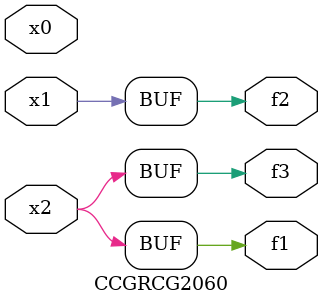
<source format=v>
module CCGRCG2060(
	input x0, x1, x2,
	output f1, f2, f3
);
	assign f1 = x2;
	assign f2 = x1;
	assign f3 = x2;
endmodule

</source>
